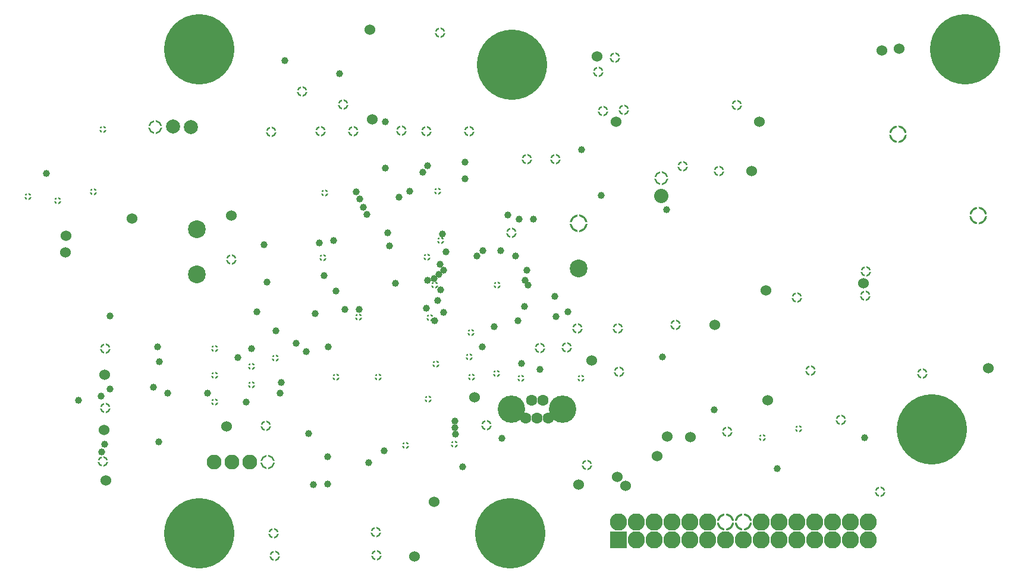
<source format=gbr>
G04 EasyPC Gerber Version 21.0.3 Build 4286 *
%FSLAX35Y35*%
%MOIN*%
%ADD101R,0.09677X0.09677*%
%ADD115C,0.03969*%
%ADD114C,0.06000*%
%ADD112C,0.06331*%
%ADD104C,0.07906*%
%ADD103C,0.08000*%
%ADD105C,0.08299*%
%ADD102C,0.09677*%
%ADD106C,0.09972*%
%ADD113C,0.15386*%
%ADD100C,0.39402*%
%AMT150*0 Thermal pad*7,0,0,0.03969,0.01969,0.01000,0*%
%ADD150T150*%
%AMT116*0 Thermal pad*7,0,0,0.06000,0.04000,0.01000,0*%
%ADD116T116*%
%AMT109*0 Thermal pad*7,0,0,0.07906,0.05906,0.01000,0*%
%ADD109T109*%
%AMT108*0 Thermal pad*7,0,0,0.08000,0.06000,0.01000,0*%
%ADD108T108*%
%AMT110*0 Thermal pad*7,0,0,0.08299,0.06299,0.01000,0*%
%ADD110T110*%
%AMT107*0 Thermal pad*7,0,0,0.09677,0.07677,0.01000,0*%
%ADD107T107*%
%AMT117*0 Thermal pad*7,0,0,0.09874,0.07874,0.01000,0*%
%ADD117T117*%
%AMT111*0 Thermal pad*7,0,0,0.09972,0.07972,0.01000,0*%
%ADD111T111*%
X0Y0D02*
D02*
D100*
X101023Y63801D03*
Y335454D03*
X275600Y63801D03*
X276387Y326667D03*
X511820Y121943D03*
X530324Y335454D03*
D02*
D101*
X336230Y60132D03*
D02*
D102*
Y70132D03*
X346230Y60132D03*
Y70132D03*
X356230Y60132D03*
Y70132D03*
X366230Y60132D03*
Y70132D03*
X376230Y60132D03*
Y70132D03*
X386230Y60132D03*
Y70132D03*
X396230Y60132D03*
X406230D03*
X416230D03*
Y70132D03*
X426230Y60132D03*
Y70132D03*
X436230Y60132D03*
Y70132D03*
X446230Y60132D03*
Y70132D03*
X456230Y60132D03*
Y70132D03*
X466230Y60132D03*
Y70132D03*
X476230Y60132D03*
Y70132D03*
D02*
D103*
X360246Y253071D03*
D02*
D104*
X86531Y291852D03*
X96531Y291784D03*
D02*
D105*
X109393Y103676D03*
X119393Y103608D03*
X129393Y103676D03*
D02*
D106*
X99714Y208829D03*
Y234419D03*
X313691Y212222D03*
D02*
D107*
X396230Y70132D03*
X406230D03*
D02*
D108*
X360246Y262888D03*
D02*
D109*
X76531Y291784D03*
D02*
D110*
X139380Y103676D03*
D02*
D111*
X313691Y237813D03*
D02*
D112*
X284261Y128242D03*
X287411Y138478D03*
X290561Y128242D03*
X293710Y138478D03*
X296860Y128242D03*
D02*
D113*
X276191Y133360D03*
X304931D03*
D02*
D114*
X25994Y221156D03*
X26387Y230604D03*
X47647Y121549D03*
X48041Y152652D03*
X48828Y93203D03*
X63395Y240427D03*
X116545Y123518D03*
X119301Y242022D03*
X196860Y346352D03*
X198041Y295959D03*
X221663Y50683D03*
X232687Y81392D03*
X255521Y140053D03*
X313789Y90841D03*
X321269Y160526D03*
X324025Y331392D03*
X334655Y294778D03*
X335443Y95171D03*
X340167Y90447D03*
X357883Y106982D03*
X363395Y118006D03*
X376387Y117612D03*
X390167Y180604D03*
X410639Y266825D03*
X415167Y294778D03*
X418907Y199896D03*
X419694Y138478D03*
X473631Y203833D03*
X483868Y334541D03*
X493317Y335722D03*
X543317Y156195D03*
D02*
D115*
X15364Y265644D03*
X33474Y138478D03*
X46072Y140663D03*
X46466Y109344D03*
X48041Y113675D03*
X51191Y144778D03*
Y185722D03*
X75600Y145565D03*
X77962Y168222D03*
X78356Y114856D03*
X78750Y160132D03*
X83474Y142258D03*
X105915D03*
X122844Y162258D03*
X127569Y137258D03*
X130324Y167219D03*
X133474Y188085D03*
X137411Y225656D03*
X138986Y204620D03*
X144301Y177455D03*
X146466Y142258D03*
X147254Y148321D03*
X149222Y329030D03*
X155521Y170368D03*
X161033Y165644D03*
X162383Y119581D03*
X164970Y90841D03*
X166151Y186904D03*
X168513Y226667D03*
X171269Y208163D03*
X173238Y91234D03*
Y106589D03*
X173631Y168400D03*
X176387Y227848D03*
X177962Y199502D03*
X179931Y321549D03*
X182687Y189266D03*
X189183Y255407D03*
X190954Y189266D03*
X191151Y251470D03*
X193120Y246746D03*
X195088Y242809D03*
X196072Y103439D03*
X204734Y110132D03*
X205521Y268793D03*
Y294778D03*
X206899Y232179D03*
X207883Y225093D03*
X211033Y203833D03*
X213002Y252258D03*
X219301Y255801D03*
X226584Y266431D03*
X228356Y190053D03*
X229143Y205801D03*
Y269974D03*
X232687Y206589D03*
X233080Y182967D03*
X234655Y194384D03*
X235443Y208951D03*
X236230Y214659D03*
X236624Y200289D03*
X237411Y231785D03*
X238198Y187691D03*
Y211313D03*
X239380Y221746D03*
X244498Y123124D03*
Y126667D03*
X244891Y119187D03*
X248828Y101077D03*
X250009Y262494D03*
Y271943D03*
X256702Y219187D03*
X259852Y168400D03*
X260246Y222337D03*
X266545Y179817D03*
X270088Y222337D03*
X270876Y116825D03*
X274025Y242415D03*
X278356Y219187D03*
X279931Y182967D03*
X280521Y240053D03*
X281899Y158951D03*
X283474Y190841D03*
X283868Y205801D03*
X284655Y211313D03*
X285443Y203045D03*
X288592Y240053D03*
X292135Y155801D03*
X300403Y196746D03*
X301191Y185329D03*
X307883Y187860D03*
X315364Y279030D03*
X326387Y253439D03*
X360639Y162494D03*
X363002Y245171D03*
X389773Y132967D03*
X425049Y99896D03*
X474025Y117356D03*
D02*
D116*
X47254Y103833D03*
X48435Y134148D03*
Y167219D03*
X119301Y217219D03*
X138592Y123911D03*
X141348Y288872D03*
X142923Y63675D03*
X143317Y51077D03*
X158671Y311707D03*
X169301Y289266D03*
X181702Y304423D03*
X187411Y289266D03*
X200009Y64463D03*
X200403Y51470D03*
X214576Y289659D03*
X228356Y289266D03*
X236230Y344778D03*
X252372Y289266D03*
X262214Y124305D03*
X275994Y232179D03*
X284655Y273518D03*
X292135Y167612D03*
X300797Y273518D03*
X307096Y168006D03*
X313002Y178636D03*
X318513Y101864D03*
X324813Y322730D03*
X327569Y300683D03*
X334261Y330604D03*
X335836Y178636D03*
X336624Y154226D03*
X338986Y301470D03*
X368120Y180604D03*
X372057Y269581D03*
X392529Y266825D03*
X397254Y120762D03*
X402372Y303833D03*
X436230Y195959D03*
X443710Y155014D03*
X460639Y127455D03*
X474419Y197140D03*
X474813Y210526D03*
X482687Y86904D03*
X506309Y153439D03*
D02*
D117*
X492923Y287691D03*
X537805Y242022D03*
D02*
D150*
X5128Y252652D03*
X21663Y250289D03*
X41742Y255407D03*
X47254Y290447D03*
X109852Y137297D03*
Y152258D03*
Y167219D03*
X130324Y147140D03*
Y157376D03*
X143710Y162100D03*
X170482Y218400D03*
X171466Y254620D03*
X177962Y151470D03*
X190561Y184935D03*
X201584Y151470D03*
X216939Y112888D03*
X228750Y218793D03*
X229537Y138872D03*
X230521Y184541D03*
X233080Y202848D03*
X233868Y158557D03*
X234655Y255801D03*
X236624Y227848D03*
X244104Y113675D03*
X252372Y162494D03*
X253553Y176274D03*
X253946Y151470D03*
X267726Y153439D03*
X268120Y203045D03*
X281506Y150683D03*
X314970D03*
X416939Y117219D03*
X437017Y122337D03*
X0Y0D02*
M02*

</source>
